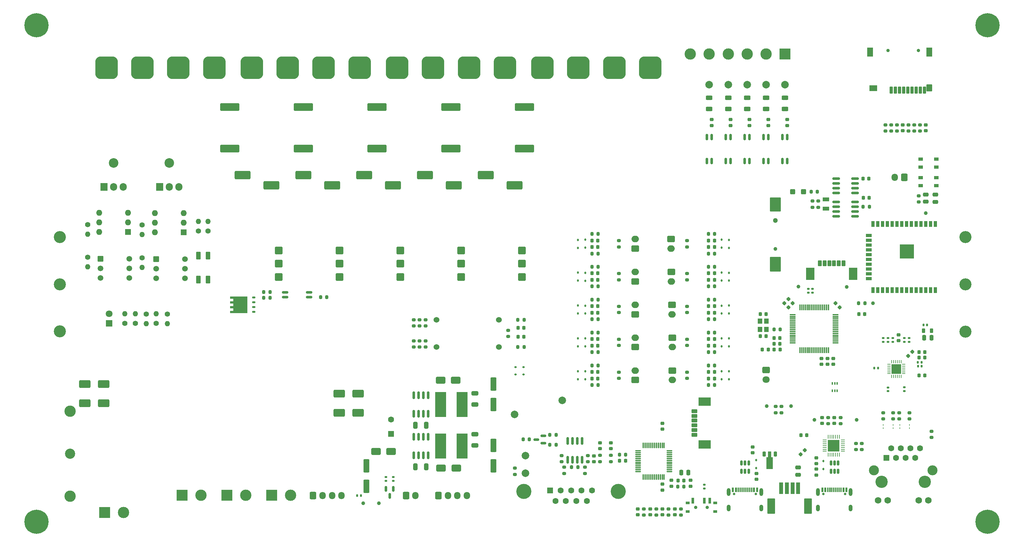
<source format=gbr>
%TF.GenerationSoftware,KiCad,Pcbnew,8.0.0*%
%TF.CreationDate,2024-07-08T15:04:36+07:00*%
%TF.ProjectId,SmartEnergyMag_System,536d6172-7445-46e6-9572-67794d61675f,rev?*%
%TF.SameCoordinates,Original*%
%TF.FileFunction,Soldermask,Top*%
%TF.FilePolarity,Negative*%
%FSLAX46Y46*%
G04 Gerber Fmt 4.6, Leading zero omitted, Abs format (unit mm)*
G04 Created by KiCad (PCBNEW 8.0.0) date 2024-07-08 15:04:36*
%MOMM*%
%LPD*%
G01*
G04 APERTURE LIST*
G04 Aperture macros list*
%AMRoundRect*
0 Rectangle with rounded corners*
0 $1 Rounding radius*
0 $2 $3 $4 $5 $6 $7 $8 $9 X,Y pos of 4 corners*
0 Add a 4 corners polygon primitive as box body*
4,1,4,$2,$3,$4,$5,$6,$7,$8,$9,$2,$3,0*
0 Add four circle primitives for the rounded corners*
1,1,$1+$1,$2,$3*
1,1,$1+$1,$4,$5*
1,1,$1+$1,$6,$7*
1,1,$1+$1,$8,$9*
0 Add four rect primitives between the rounded corners*
20,1,$1+$1,$2,$3,$4,$5,0*
20,1,$1+$1,$4,$5,$6,$7,0*
20,1,$1+$1,$6,$7,$8,$9,0*
20,1,$1+$1,$8,$9,$2,$3,0*%
%AMFreePoly0*
4,1,45,-3.000000,1.500000,-2.988481,1.685539,-2.937641,1.928004,-2.847586,2.158795,-2.720773,2.371615,-2.560660,2.560660,-2.371615,2.720773,-2.158795,2.847586,-1.928004,2.937641,-1.685539,2.988481,-1.500000,3.000000,1.500000,3.000000,1.685539,2.988481,1.928004,2.937641,2.158795,2.847586,2.371615,2.720773,2.560660,2.560660,2.720773,2.371615,2.847586,2.158795,2.937641,1.928004,
2.988481,1.685539,3.000000,1.500000,3.000000,-1.500000,2.988481,-1.685539,2.937641,-1.928004,2.847586,-2.158795,2.720773,-2.371615,2.560660,-2.560660,2.371615,-2.720773,2.158795,-2.847586,1.928004,-2.937641,1.685539,-2.988481,1.500000,-3.000000,-1.500000,-3.000000,-1.685539,-2.988481,-1.928004,-2.937641,-2.158795,-2.847586,-2.371615,-2.720773,-2.560660,-2.560660,-2.720773,-2.371615,
-2.847586,-2.158795,-2.937641,-1.928004,-2.988481,-1.685539,-3.000000,-1.500000,-3.000000,1.500000,-3.000000,1.500000,$1*%
%AMFreePoly1*
4,1,17,2.675000,1.605000,1.875000,1.605000,1.875000,0.935000,2.675000,0.935000,2.675000,0.335000,1.875000,0.335000,1.875000,-0.335000,2.675000,-0.335000,2.675000,-0.935000,1.875000,-0.935000,1.875000,-1.605000,2.675000,-1.605000,2.675000,-2.205000,-1.875000,-2.205000,-1.875000,2.205000,2.675000,2.205000,2.675000,1.605000,2.675000,1.605000,$1*%
%AMFreePoly2*
4,1,9,3.862500,-0.866500,0.737500,-0.866500,0.737500,-0.450000,-0.737500,-0.450000,-0.737500,0.450000,0.737500,0.450000,0.737500,0.866500,3.862500,0.866500,3.862500,-0.866500,3.862500,-0.866500,$1*%
G04 Aperture macros list end*
%ADD10RoundRect,0.200000X-0.275000X0.200000X-0.275000X-0.200000X0.275000X-0.200000X0.275000X0.200000X0*%
%ADD11C,1.000000*%
%ADD12RoundRect,0.250000X0.750000X-0.600000X0.750000X0.600000X-0.750000X0.600000X-0.750000X-0.600000X0*%
%ADD13O,2.000000X1.700000*%
%ADD14R,3.000000X3.000000*%
%ADD15C,3.000000*%
%ADD16RoundRect,0.225000X0.225000X0.250000X-0.225000X0.250000X-0.225000X-0.250000X0.225000X-0.250000X0*%
%ADD17RoundRect,0.135000X0.185000X-0.135000X0.185000X0.135000X-0.185000X0.135000X-0.185000X-0.135000X0*%
%ADD18RoundRect,0.225000X-0.225000X-0.250000X0.225000X-0.250000X0.225000X0.250000X-0.225000X0.250000X0*%
%ADD19R,1.600000X1.600000*%
%ADD20O,1.600000X1.600000*%
%ADD21C,2.000000*%
%ADD22RoundRect,0.218750X0.256250X-0.218750X0.256250X0.218750X-0.256250X0.218750X-0.256250X-0.218750X0*%
%ADD23RoundRect,0.112500X-0.112500X0.187500X-0.112500X-0.187500X0.112500X-0.187500X0.112500X0.187500X0*%
%ADD24C,2.700000*%
%ADD25RoundRect,0.250000X-0.325000X-0.650000X0.325000X-0.650000X0.325000X0.650000X-0.325000X0.650000X0*%
%ADD26RoundRect,0.140000X0.170000X-0.140000X0.170000X0.140000X-0.170000X0.140000X-0.170000X-0.140000X0*%
%ADD27C,1.400000*%
%ADD28O,1.400000X1.400000*%
%ADD29RoundRect,0.200000X0.200000X0.275000X-0.200000X0.275000X-0.200000X-0.275000X0.200000X-0.275000X0*%
%ADD30RoundRect,0.200000X0.275000X-0.200000X0.275000X0.200000X-0.275000X0.200000X-0.275000X-0.200000X0*%
%ADD31RoundRect,0.062500X0.062500X-0.117500X0.062500X0.117500X-0.062500X0.117500X-0.062500X-0.117500X0*%
%ADD32RoundRect,0.250000X-0.400000X-0.450000X0.400000X-0.450000X0.400000X0.450000X-0.400000X0.450000X0*%
%ADD33R,1.800000X1.000000*%
%ADD34RoundRect,0.062500X0.375000X0.062500X-0.375000X0.062500X-0.375000X-0.062500X0.375000X-0.062500X0*%
%ADD35RoundRect,0.062500X0.062500X0.375000X-0.062500X0.375000X-0.062500X-0.375000X0.062500X-0.375000X0*%
%ADD36R,2.500000X2.500000*%
%ADD37RoundRect,0.140000X0.140000X0.170000X-0.140000X0.170000X-0.140000X-0.170000X0.140000X-0.170000X0*%
%ADD38RoundRect,0.076200X-0.400000X-0.650000X0.400000X-0.650000X0.400000X0.650000X-0.400000X0.650000X0*%
%ADD39RoundRect,0.076200X-1.050000X-1.500000X1.050000X-1.500000X1.050000X1.500000X-1.050000X1.500000X0*%
%ADD40RoundRect,0.062500X0.062500X-0.412500X0.062500X0.412500X-0.062500X0.412500X-0.062500X-0.412500X0*%
%ADD41RoundRect,0.062500X0.412500X-0.062500X0.412500X0.062500X-0.412500X0.062500X-0.412500X-0.062500X0*%
%ADD42R,3.100000X3.100000*%
%ADD43RoundRect,0.150000X-0.150000X0.825000X-0.150000X-0.825000X0.150000X-0.825000X0.150000X0.825000X0*%
%ADD44RoundRect,0.112500X-0.187500X-0.112500X0.187500X-0.112500X0.187500X0.112500X-0.187500X0.112500X0*%
%ADD45RoundRect,0.250000X-1.000000X-0.650000X1.000000X-0.650000X1.000000X0.650000X-1.000000X0.650000X0*%
%ADD46RoundRect,0.250000X0.550000X-1.500000X0.550000X1.500000X-0.550000X1.500000X-0.550000X-1.500000X0*%
%ADD47RoundRect,0.200000X-0.200000X-0.275000X0.200000X-0.275000X0.200000X0.275000X-0.200000X0.275000X0*%
%ADD48RoundRect,0.225000X0.250000X-0.225000X0.250000X0.225000X-0.250000X0.225000X-0.250000X-0.225000X0*%
%ADD49RoundRect,0.218750X-0.218750X-0.381250X0.218750X-0.381250X0.218750X0.381250X-0.218750X0.381250X0*%
%ADD50RoundRect,0.250000X-0.725000X0.600000X-0.725000X-0.600000X0.725000X-0.600000X0.725000X0.600000X0*%
%ADD51O,1.950000X1.700000*%
%ADD52RoundRect,0.275000X1.825000X0.825000X-1.825000X0.825000X-1.825000X-0.825000X1.825000X-0.825000X0*%
%ADD53RoundRect,0.250000X0.750000X-0.750000X0.750000X0.750000X-0.750000X0.750000X-0.750000X-0.750000X0*%
%ADD54RoundRect,0.135000X-0.135000X-0.185000X0.135000X-0.185000X0.135000X0.185000X-0.135000X0.185000X0*%
%ADD55RoundRect,0.250000X0.650000X-0.325000X0.650000X0.325000X-0.650000X0.325000X-0.650000X-0.325000X0*%
%ADD56RoundRect,0.250000X0.250000X0.475000X-0.250000X0.475000X-0.250000X-0.475000X0.250000X-0.475000X0*%
%ADD57RoundRect,0.150000X-0.825000X-0.150000X0.825000X-0.150000X0.825000X0.150000X-0.825000X0.150000X0*%
%ADD58RoundRect,0.100000X-0.100000X0.225000X-0.100000X-0.225000X0.100000X-0.225000X0.100000X0.225000X0*%
%ADD59C,0.800000*%
%ADD60C,6.400000*%
%ADD61RoundRect,0.135000X-0.185000X0.135000X-0.185000X-0.135000X0.185000X-0.135000X0.185000X0.135000X0*%
%ADD62RoundRect,0.250000X-0.750000X0.600000X-0.750000X-0.600000X0.750000X-0.600000X0.750000X0.600000X0*%
%ADD63R,1.800000X1.800000*%
%ADD64C,1.800000*%
%ADD65R,2.850000X6.600000*%
%ADD66RoundRect,0.250000X-0.600000X-0.725000X0.600000X-0.725000X0.600000X0.725000X-0.600000X0.725000X0*%
%ADD67O,1.700000X1.950000*%
%ADD68RoundRect,0.250000X-0.625000X0.312500X-0.625000X-0.312500X0.625000X-0.312500X0.625000X0.312500X0*%
%ADD69RoundRect,0.150000X-0.150000X0.662500X-0.150000X-0.662500X0.150000X-0.662500X0.150000X0.662500X0*%
%ADD70RoundRect,0.112500X0.112500X-0.187500X0.112500X0.187500X-0.112500X0.187500X-0.112500X-0.187500X0*%
%ADD71RoundRect,0.250000X1.000000X0.650000X-1.000000X0.650000X-1.000000X-0.650000X1.000000X-0.650000X0*%
%ADD72RoundRect,0.250000X0.475000X-0.250000X0.475000X0.250000X-0.475000X0.250000X-0.475000X-0.250000X0*%
%ADD73C,3.200000*%
%ADD74RoundRect,1.500000X1.500000X1.500000X-1.500000X1.500000X-1.500000X-1.500000X1.500000X-1.500000X0*%
%ADD75FreePoly0,180.000000*%
%ADD76RoundRect,0.150000X0.587500X0.150000X-0.587500X0.150000X-0.587500X-0.150000X0.587500X-0.150000X0*%
%ADD77RoundRect,0.225000X0.017678X-0.335876X0.335876X-0.017678X-0.017678X0.335876X-0.335876X0.017678X0*%
%ADD78RoundRect,0.102000X-0.525000X-0.325000X0.525000X-0.325000X0.525000X0.325000X-0.525000X0.325000X0*%
%ADD79C,0.650000*%
%ADD80R,0.600000X1.240000*%
%ADD81R,0.300000X1.240000*%
%ADD82O,1.000000X2.100000*%
%ADD83O,1.000000X1.800000*%
%ADD84RoundRect,0.102000X-0.654000X-0.654000X0.654000X-0.654000X0.654000X0.654000X-0.654000X0.654000X0*%
%ADD85C,1.512000*%
%ADD86C,2.529000*%
%ADD87R,0.900000X1.500000*%
%ADD88R,1.500000X0.900000*%
%ADD89C,0.600000*%
%ADD90R,3.800000X3.800000*%
%ADD91RoundRect,0.250000X-0.550000X1.500000X-0.550000X-1.500000X0.550000X-1.500000X0.550000X1.500000X0*%
%ADD92RoundRect,0.225000X-0.017678X0.335876X-0.335876X0.017678X0.017678X-0.335876X0.335876X-0.017678X0*%
%ADD93RoundRect,0.218750X-0.256250X0.218750X-0.256250X-0.218750X0.256250X-0.218750X0.256250X0.218750X0*%
%ADD94RoundRect,0.200000X-2.300000X0.800000X-2.300000X-0.800000X2.300000X-0.800000X2.300000X0.800000X0*%
%ADD95RoundRect,0.140000X-0.140000X-0.170000X0.140000X-0.170000X0.140000X0.170000X-0.140000X0.170000X0*%
%ADD96RoundRect,0.250000X-1.250000X0.750000X-1.250000X-0.750000X1.250000X-0.750000X1.250000X0.750000X0*%
%ADD97RoundRect,0.250000X1.250000X-0.750000X1.250000X0.750000X-1.250000X0.750000X-1.250000X-0.750000X0*%
%ADD98RoundRect,0.075000X-0.075000X0.662500X-0.075000X-0.662500X0.075000X-0.662500X0.075000X0.662500X0*%
%ADD99RoundRect,0.075000X-0.662500X0.075000X-0.662500X-0.075000X0.662500X-0.075000X0.662500X0.075000X0*%
%ADD100R,1.905000X2.000000*%
%ADD101O,1.905000X2.000000*%
%ADD102C,0.900000*%
%ADD103RoundRect,0.102000X0.350000X-0.800000X0.350000X0.800000X-0.350000X0.800000X-0.350000X-0.800000X0*%
%ADD104RoundRect,0.102000X0.700000X-0.800000X0.700000X0.800000X-0.700000X0.800000X-0.700000X-0.800000X0*%
%ADD105RoundRect,0.102000X0.700000X-1.100000X0.700000X1.100000X-0.700000X1.100000X-0.700000X-1.100000X0*%
%ADD106RoundRect,0.102000X0.900000X-0.700000X0.900000X0.700000X-0.900000X0.700000X-0.900000X-0.700000X0*%
%ADD107RoundRect,0.225000X0.335876X0.017678X0.017678X0.335876X-0.335876X-0.017678X-0.017678X-0.335876X0*%
%ADD108RoundRect,0.218750X0.218750X0.256250X-0.218750X0.256250X-0.218750X-0.256250X0.218750X-0.256250X0*%
%ADD109RoundRect,0.102000X-0.400000X-1.450000X0.400000X-1.450000X0.400000X1.450000X-0.400000X1.450000X0*%
%ADD110RoundRect,0.102000X-0.900000X-1.900000X0.900000X-1.900000X0.900000X1.900000X-0.900000X1.900000X0*%
%ADD111RoundRect,0.225000X-0.250000X0.225000X-0.250000X-0.225000X0.250000X-0.225000X0.250000X0.225000X0*%
%ADD112RoundRect,0.150000X0.150000X-0.825000X0.150000X0.825000X-0.150000X0.825000X-0.150000X-0.825000X0*%
%ADD113RoundRect,0.150000X-0.150000X0.512500X-0.150000X-0.512500X0.150000X-0.512500X0.150000X0.512500X0*%
%ADD114RoundRect,0.250000X0.600000X0.725000X-0.600000X0.725000X-0.600000X-0.725000X0.600000X-0.725000X0*%
%ADD115C,1.524000*%
%ADD116FreePoly1,180.000000*%
%ADD117RoundRect,0.125000X0.300000X0.125000X-0.300000X0.125000X-0.300000X-0.125000X0.300000X-0.125000X0*%
%ADD118R,1.000000X0.800000*%
%ADD119R,0.700000X1.500000*%
%ADD120RoundRect,0.102000X0.450000X-0.900000X0.450000X0.900000X-0.450000X0.900000X-0.450000X-0.900000X0*%
%ADD121RoundRect,0.075000X-0.700000X-0.075000X0.700000X-0.075000X0.700000X0.075000X-0.700000X0.075000X0*%
%ADD122RoundRect,0.075000X-0.075000X-0.700000X0.075000X-0.700000X0.075000X0.700000X-0.075000X0.700000X0*%
%ADD123RoundRect,0.076200X0.650000X-0.400000X0.650000X0.400000X-0.650000X0.400000X-0.650000X-0.400000X0*%
%ADD124RoundRect,0.076200X1.500000X-1.050000X1.500000X1.050000X-1.500000X1.050000X-1.500000X-1.050000X0*%
%ADD125C,3.250000*%
%ADD126RoundRect,0.102000X0.699000X0.699000X-0.699000X0.699000X-0.699000X-0.699000X0.699000X-0.699000X0*%
%ADD127C,1.602000*%
%ADD128C,1.734000*%
%ADD129C,2.649000*%
%ADD130RoundRect,0.150000X-0.150000X0.587500X-0.150000X-0.587500X0.150000X-0.587500X0.150000X0.587500X0*%
%ADD131RoundRect,0.250000X-0.250000X-0.475000X0.250000X-0.475000X0.250000X0.475000X-0.250000X0.475000X0*%
%ADD132C,4.000000*%
%ADD133C,1.600000*%
%ADD134R,1.200000X1.400000*%
%ADD135RoundRect,0.112500X0.187500X0.112500X-0.187500X0.112500X-0.187500X-0.112500X0.187500X-0.112500X0*%
%ADD136RoundRect,0.225000X-0.225000X0.425000X-0.225000X-0.425000X0.225000X-0.425000X0.225000X0.425000X0*%
%ADD137FreePoly2,270.000000*%
%ADD138RoundRect,0.135000X0.135000X0.185000X-0.135000X0.185000X-0.135000X-0.185000X0.135000X-0.185000X0*%
%ADD139RoundRect,0.218750X-0.218750X-0.256250X0.218750X-0.256250X0.218750X0.256250X-0.218750X0.256250X0*%
%ADD140RoundRect,0.150000X0.662500X0.150000X-0.662500X0.150000X-0.662500X-0.150000X0.662500X-0.150000X0*%
%ADD141C,1.300000*%
%ADD142RoundRect,0.102000X1.300000X-1.830000X1.300000X1.830000X-1.300000X1.830000X-1.300000X-1.830000X0*%
%ADD143RoundRect,0.102000X-1.300000X1.770000X-1.300000X-1.770000X1.300000X-1.770000X1.300000X1.770000X0*%
G04 APERTURE END LIST*
D10*
%TO.C,R59*%
X174980000Y-87051250D03*
X174980000Y-88701250D03*
%TD*%
%TO.C,R20*%
X251849572Y-123935000D03*
X251849572Y-125585000D03*
%TD*%
D11*
%TO.C,TP6*%
X214050000Y-122150000D03*
%TD*%
D12*
%TO.C,J26*%
X179265000Y-80420000D03*
D13*
X179265000Y-77920000D03*
%TD*%
D14*
%TO.C,J33*%
X59430000Y-145810000D03*
D15*
X64430000Y-145810000D03*
%TD*%
D16*
%TO.C,C60*%
X224675000Y-129900000D03*
X223125000Y-129900000D03*
%TD*%
D10*
%TO.C,R133*%
X188120000Y-149410000D03*
X188120000Y-151060000D03*
%TD*%
D11*
%TO.C,TP1*%
X242220000Y-94900000D03*
%TD*%
D17*
%TO.C,R92*%
X115270000Y-141996243D03*
X115270000Y-140976245D03*
%TD*%
D18*
%TO.C,C57*%
X239625000Y-66985000D03*
X241175000Y-66985000D03*
%TD*%
D19*
%TO.C,U7*%
X59824375Y-76110000D03*
D20*
X59824375Y-73570000D03*
X59824375Y-71030001D03*
X52204375Y-71030000D03*
X52204375Y-73570000D03*
X52204375Y-76110000D03*
%TD*%
D11*
%TO.C,TP17*%
X107350000Y-147900000D03*
%TD*%
D21*
%TO.C,TP19*%
X150290000Y-139940000D03*
%TD*%
D22*
%TO.C,D36*%
X204519358Y-47800806D03*
X204519358Y-46225804D03*
%TD*%
D12*
%TO.C,J22*%
X179265000Y-115245000D03*
D13*
X179265000Y-112745000D03*
%TD*%
D23*
%TO.C,D17*%
X166060000Y-112967500D03*
X166060000Y-115067500D03*
%TD*%
D24*
%TO.C,F2*%
X29760000Y-134760000D03*
D15*
X29760000Y-146010000D03*
X29760000Y-123509999D03*
%TD*%
D10*
%TO.C,R89*%
X227760000Y-67830000D03*
X227760000Y-69480000D03*
%TD*%
D25*
%TO.C,C65*%
X121084999Y-138232109D03*
X124035001Y-138232109D03*
%TD*%
D26*
%TO.C,C12*%
X246197478Y-118182531D03*
X246197478Y-117222531D03*
%TD*%
D27*
%TO.C,R31*%
X48824376Y-82855001D03*
D28*
X48824376Y-85395001D03*
%TD*%
D29*
%TO.C,R120*%
X151285000Y-131020000D03*
X149635000Y-131020000D03*
%TD*%
D30*
%TO.C,R53*%
X193007500Y-97407500D03*
X193007500Y-95757500D03*
%TD*%
D31*
%TO.C,D3*%
X251840000Y-127160000D03*
X251840000Y-128000000D03*
%TD*%
D10*
%TO.C,R29*%
X216450000Y-122275000D03*
X216450000Y-123925000D03*
%TD*%
D18*
%TO.C,C26*%
X175160000Y-136615000D03*
X176710000Y-136615000D03*
%TD*%
D32*
%TO.C,D38*%
X220922500Y-65345000D03*
X223822500Y-65345000D03*
%TD*%
D33*
%TO.C,Y3*%
X229770000Y-69864999D03*
X229770000Y-67365001D03*
%TD*%
D34*
%TO.C,U2*%
X250304978Y-113577509D03*
X250304977Y-113077509D03*
X250304978Y-112577509D03*
X250304978Y-112077509D03*
X250304977Y-111577509D03*
X250304978Y-111077509D03*
D35*
X249617478Y-110390009D03*
X249117478Y-110390010D03*
X248617478Y-110390009D03*
X248117478Y-110390009D03*
X247617478Y-110390010D03*
X247117478Y-110390009D03*
D34*
X246429978Y-111077509D03*
X246429979Y-111577509D03*
X246429978Y-112077509D03*
X246429978Y-112577509D03*
X246429979Y-113077509D03*
X246429978Y-113577509D03*
D35*
X247117478Y-114265009D03*
X247617478Y-114265008D03*
X248117478Y-114265009D03*
X248617478Y-114265009D03*
X249117478Y-114265008D03*
X249617478Y-114265009D03*
D36*
X248367478Y-112327509D03*
%TD*%
D37*
%TO.C,C11*%
X256530000Y-100675000D03*
X255570000Y-100675000D03*
%TD*%
D38*
%TO.C,J27*%
X228150000Y-84350000D03*
X229400000Y-84350000D03*
X230650000Y-84350000D03*
X231900000Y-84350000D03*
X233150000Y-84350000D03*
X234400000Y-84350000D03*
D39*
X225600000Y-87100000D03*
X236950000Y-87100000D03*
%TD*%
D30*
%TO.C,R52*%
X193007500Y-88701250D03*
X193007500Y-87051250D03*
%TD*%
D10*
%TO.C,R78*%
X174980000Y-78345000D03*
X174980000Y-79995000D03*
%TD*%
D40*
%TO.C,U28*%
X230325000Y-135025000D03*
X230825000Y-135025000D03*
X231325000Y-135025000D03*
X231825000Y-135025001D03*
X232325000Y-135025000D03*
X232825000Y-135025000D03*
X233325000Y-135025000D03*
D41*
X234200000Y-134150000D03*
X234200000Y-133650000D03*
X234200000Y-133150000D03*
X234200001Y-132650000D03*
X234200000Y-132150000D03*
X234200000Y-131650000D03*
X234200000Y-131150000D03*
D40*
X233325000Y-130275000D03*
X232825000Y-130275000D03*
X232325000Y-130275000D03*
X231825000Y-130274999D03*
X231325000Y-130275000D03*
X230825000Y-130275000D03*
X230325000Y-130275000D03*
D41*
X229450000Y-131150000D03*
X229450000Y-131650000D03*
X229450000Y-132150000D03*
X229449999Y-132650000D03*
X229450000Y-133150000D03*
X229450000Y-133650000D03*
X229450000Y-134150000D03*
D42*
X231825000Y-132650000D03*
%TD*%
D29*
%TO.C,R119*%
X82675000Y-91950000D03*
X81025000Y-91950000D03*
%TD*%
D43*
%TO.C,U13*%
X165205000Y-131425000D03*
X163935000Y-131425000D03*
X162665000Y-131425000D03*
X161395000Y-131425000D03*
X161395000Y-136375000D03*
X162665000Y-136375000D03*
X163935000Y-136375000D03*
X165205000Y-136375000D03*
%TD*%
D29*
%TO.C,R91*%
X227495000Y-65345000D03*
X225845000Y-65345000D03*
%TD*%
D44*
%TO.C,D11*%
X147642500Y-111825000D03*
X149742500Y-111825000D03*
%TD*%
D45*
%TO.C,D40*%
X127922499Y-138592109D03*
X131922501Y-138592109D03*
%TD*%
D16*
%TO.C,C32*%
X200250000Y-97430611D03*
X198700000Y-97430611D03*
%TD*%
D46*
%TO.C,C69*%
X141815519Y-121728879D03*
X141815519Y-116328879D03*
%TD*%
D47*
%TO.C,R69*%
X198650000Y-116597500D03*
X200300000Y-116597500D03*
%TD*%
D27*
%TO.C,R23*%
X66289999Y-75805002D03*
D28*
X66289999Y-73265002D03*
%TD*%
D30*
%TO.C,R137*%
X233634999Y-126865000D03*
X233634999Y-125215000D03*
%TD*%
D48*
%TO.C,C54*%
X227225000Y-137450000D03*
X227225000Y-135900000D03*
%TD*%
D49*
%TO.C,FB1*%
X255557500Y-102170000D03*
X257682500Y-102170000D03*
%TD*%
D50*
%TO.C,J14*%
X213910001Y-112629998D03*
D51*
X213910001Y-115129998D03*
%TD*%
D52*
%TO.C,K1*%
X75420000Y-60950000D03*
X83020000Y-63650000D03*
D53*
X84970000Y-87950000D03*
X84969999Y-80950000D03*
X84970000Y-84450000D03*
%TD*%
D47*
%TO.C,R63*%
X198650000Y-90439437D03*
X200300000Y-90439437D03*
%TD*%
D27*
%TO.C,R33*%
X55524375Y-97765000D03*
D28*
X55524375Y-100305000D03*
%TD*%
D30*
%TO.C,R121*%
X169940000Y-136890000D03*
X169940000Y-135240000D03*
%TD*%
D29*
%TO.C,R50*%
X176760000Y-135035000D03*
X175110000Y-135035000D03*
%TD*%
D54*
%TO.C,R94*%
X105710001Y-145910000D03*
X106729999Y-145910000D03*
%TD*%
D17*
%TO.C,R9*%
X244914478Y-105124999D03*
X244914478Y-104105001D03*
%TD*%
D55*
%TO.C,C64*%
X136840000Y-132557110D03*
X136840000Y-129607108D03*
%TD*%
D56*
%TO.C,C25*%
X193349999Y-139765000D03*
X191450001Y-139765000D03*
%TD*%
D30*
%TO.C,R55*%
X193007500Y-114820000D03*
X193007500Y-113170000D03*
%TD*%
D12*
%TO.C,J25*%
X179265000Y-89126250D03*
D13*
X179265000Y-86626250D03*
%TD*%
D57*
%TO.C,U21*%
X232475000Y-61880000D03*
X232475000Y-63150000D03*
X232475000Y-64420000D03*
X232475000Y-65690000D03*
X237425000Y-65690000D03*
X237425000Y-64420000D03*
X237425000Y-63150000D03*
X237425000Y-61880000D03*
%TD*%
D10*
%TO.C,R132*%
X184860000Y-149410000D03*
X184860000Y-151060000D03*
%TD*%
D58*
%TO.C,Q1*%
X232750000Y-116175000D03*
X232100000Y-116175001D03*
X231450000Y-116175000D03*
X231450000Y-118075000D03*
X232100000Y-118074999D03*
X232750000Y-118075000D03*
%TD*%
D10*
%TO.C,R58*%
X174980000Y-95757500D03*
X174980000Y-97407500D03*
%TD*%
D16*
%TO.C,C36*%
X200250000Y-114862500D03*
X198700000Y-114862500D03*
%TD*%
D23*
%TO.C,D32*%
X229050000Y-136775000D03*
X229050000Y-138875000D03*
%TD*%
D16*
%TO.C,C34*%
X200250000Y-106147096D03*
X198700000Y-106147096D03*
%TD*%
D47*
%TO.C,R61*%
X198650000Y-81772500D03*
X200300000Y-81772500D03*
%TD*%
D10*
%TO.C,R56*%
X174980000Y-113170000D03*
X174980000Y-114820000D03*
%TD*%
D59*
%TO.C,H2*%
X18480000Y-21210000D03*
X19182944Y-19512944D03*
X19182944Y-22907056D03*
X20880000Y-18810000D03*
D60*
X20880000Y-21210000D03*
D59*
X20880000Y-23610000D03*
X22577056Y-19512944D03*
X22577056Y-22907056D03*
X23280000Y-21210000D03*
%TD*%
D61*
%TO.C,R139*%
X226175000Y-91090001D03*
X226175000Y-92109999D03*
%TD*%
D62*
%TO.C,J18*%
X189134999Y-112745000D03*
D13*
X189134999Y-115245000D03*
%TD*%
D29*
%TO.C,R79*%
X169475000Y-81772500D03*
X167825000Y-81772500D03*
%TD*%
D47*
%TO.C,R67*%
X198650000Y-107882096D03*
X200300000Y-107882096D03*
%TD*%
D23*
%TO.C,D18*%
X166060000Y-104261250D03*
X166060000Y-106361250D03*
%TD*%
D63*
%TO.C,D9*%
X40124375Y-100260000D03*
D64*
X40124375Y-97720000D03*
%TD*%
D55*
%TO.C,C70*%
X136840000Y-121737110D03*
X136840000Y-118787108D03*
%TD*%
D65*
%TO.C,L2*%
X127815000Y-121755782D03*
X133465000Y-121755782D03*
%TD*%
D66*
%TO.C,J20*%
X127240000Y-145917500D03*
D67*
X129740000Y-145917500D03*
X132240000Y-145917500D03*
X134740000Y-145917500D03*
%TD*%
D30*
%TO.C,R128*%
X166040000Y-140015000D03*
X166040000Y-138365000D03*
%TD*%
D68*
%TO.C,R88*%
X198889358Y-40500805D03*
X198889358Y-43425805D03*
%TD*%
D18*
%TO.C,C50*%
X167875000Y-86988813D03*
X169425000Y-86988813D03*
%TD*%
D23*
%TO.C,D21*%
X204090000Y-78142500D03*
X204090000Y-80242500D03*
%TD*%
D47*
%TO.C,R64*%
X198650000Y-93960611D03*
X200300000Y-93960611D03*
%TD*%
D30*
%TO.C,R25*%
X239225000Y-133700000D03*
X239225000Y-132050000D03*
%TD*%
D47*
%TO.C,R62*%
X198650000Y-85263501D03*
X200300000Y-85263501D03*
%TD*%
D29*
%TO.C,R76*%
X169475000Y-90439437D03*
X167825000Y-90439437D03*
%TD*%
%TO.C,R73*%
X169475000Y-102677096D03*
X167825000Y-102677096D03*
%TD*%
D10*
%TO.C,R123*%
X159815000Y-135295000D03*
X159815000Y-136945000D03*
%TD*%
D65*
%TO.C,L4*%
X127815000Y-132740000D03*
X133465000Y-132740000D03*
%TD*%
D16*
%TO.C,C58*%
X241135000Y-61895000D03*
X239585000Y-61895000D03*
%TD*%
D69*
%TO.C,U19*%
X199519358Y-50885805D03*
X198249358Y-50885805D03*
X198249358Y-57260805D03*
X199519358Y-57260805D03*
%TD*%
D47*
%TO.C,R60*%
X198650000Y-76567500D03*
X200300000Y-76567500D03*
%TD*%
D27*
%TO.C,R35*%
X44224375Y-100205000D03*
D28*
X44224375Y-97665000D03*
%TD*%
D70*
%TO.C,D13*%
X202130000Y-88903750D03*
X202130000Y-86803750D03*
%TD*%
D71*
%TO.C,D39*%
X114707501Y-134182109D03*
X110707499Y-134182109D03*
%TD*%
D10*
%TO.C,R17*%
X247559058Y-123935000D03*
X247559058Y-125585000D03*
%TD*%
D30*
%TO.C,R131*%
X147480000Y-140265000D03*
X147480000Y-138615000D03*
%TD*%
D72*
%TO.C,C1*%
X256190000Y-67999998D03*
X256190000Y-66100000D03*
%TD*%
D66*
%TO.C,J15*%
X94070000Y-145917500D03*
D67*
X96570000Y-145917500D03*
X99070000Y-145917500D03*
X101570000Y-145917500D03*
%TD*%
D16*
%TO.C,C14*%
X255900000Y-109325000D03*
X254350000Y-109325000D03*
%TD*%
D21*
%TO.C,TP14*%
X203889358Y-37000000D03*
%TD*%
D30*
%TO.C,R3*%
X251575000Y-49275000D03*
X251575000Y-47625000D03*
%TD*%
D73*
%TO.C,DRA1*%
X266695000Y-102415000D03*
X266695000Y-89915000D03*
X266695000Y-77415000D03*
%TD*%
D47*
%TO.C,R19*%
X156695000Y-129760000D03*
X158345000Y-129760000D03*
%TD*%
D62*
%TO.C,J17*%
X189120000Y-104038750D03*
D13*
X189120000Y-106538750D03*
%TD*%
D74*
%TO.C,J6*%
X183260001Y-32535000D03*
D75*
X173760002Y-32535000D03*
X164260001Y-32535000D03*
X154760001Y-32535000D03*
%TD*%
D76*
%TO.C,Q17*%
X154980000Y-131990000D03*
X154980000Y-130090000D03*
X153104999Y-131040000D03*
%TD*%
D18*
%TO.C,C15*%
X254375000Y-114075000D03*
X255925000Y-114075000D03*
%TD*%
D12*
%TO.C,J24*%
X179265000Y-97832500D03*
D13*
X179265000Y-95332500D03*
%TD*%
D22*
%TO.C,LED2*%
X183230000Y-150982501D03*
X183230000Y-149407499D03*
%TD*%
%TO.C,D7*%
X172830000Y-133475001D03*
X172830000Y-131899999D03*
%TD*%
D77*
%TO.C,C53*%
X223041992Y-134918008D03*
X224138008Y-133821992D03*
%TD*%
D68*
%TO.C,R84*%
X218889359Y-40500805D03*
X218889359Y-43425805D03*
%TD*%
D10*
%TO.C,R46*%
X145670000Y-102090000D03*
X145670000Y-103740000D03*
%TD*%
D48*
%TO.C,C7*%
X168330000Y-136895000D03*
X168330000Y-135345000D03*
%TD*%
D16*
%TO.C,C28*%
X200250000Y-80037500D03*
X198700000Y-80037500D03*
%TD*%
D78*
%TO.C,SW2*%
X254800000Y-56685000D03*
X258950000Y-56685000D03*
X254800000Y-58835000D03*
X258950000Y-58835000D03*
%TD*%
D62*
%TO.C,J16*%
X189060000Y-95332500D03*
D13*
X189060000Y-97832500D03*
%TD*%
D22*
%TO.C,D55*%
X228700000Y-126787501D03*
X228700000Y-125212499D03*
%TD*%
D79*
%TO.C,J3*%
X229090000Y-145475000D03*
X234870000Y-145475000D03*
D80*
X228780000Y-144355000D03*
X229580000Y-144355000D03*
D81*
X230730000Y-144355000D03*
X231730000Y-144355000D03*
X232230000Y-144355000D03*
X233230000Y-144355000D03*
D80*
X234380000Y-144355000D03*
X235180000Y-144355000D03*
X235180000Y-144355000D03*
X234380000Y-144355000D03*
D81*
X233730000Y-144355000D03*
X232730000Y-144355000D03*
X231230000Y-144355000D03*
X230230000Y-144355000D03*
D80*
X229580000Y-144355000D03*
X228780000Y-144355000D03*
D82*
X227660000Y-144955000D03*
D83*
X227660000Y-149155000D03*
D82*
X236300000Y-144955000D03*
D83*
X236300000Y-149155000D03*
%TD*%
D30*
%TO.C,R4*%
X253100000Y-49275000D03*
X253100000Y-47625000D03*
%TD*%
D52*
%TO.C,K5*%
X123690000Y-60950000D03*
X131290000Y-63650000D03*
D53*
X133240000Y-87950000D03*
X133239999Y-80950000D03*
X133240000Y-84450000D03*
%TD*%
D84*
%TO.C,U8*%
X37815500Y-83125001D03*
D85*
X37815500Y-85665001D03*
X37815500Y-88205001D03*
X45435500Y-88205001D03*
X45435500Y-85665001D03*
X45435500Y-83125001D03*
%TD*%
D21*
%TO.C,TP9*%
X160025001Y-120650000D03*
%TD*%
D86*
%TO.C,HS2*%
X56024375Y-57715001D03*
%TD*%
D52*
%TO.C,K4*%
X107600000Y-60950000D03*
X115200000Y-63650000D03*
D53*
X117150000Y-87950000D03*
X117149999Y-80950000D03*
X117150000Y-84450000D03*
%TD*%
D19*
%TO.C,U9*%
X45090000Y-76010000D03*
D20*
X45090000Y-73470000D03*
X45090000Y-70930001D03*
X37470000Y-70930000D03*
X37470000Y-73470000D03*
X37470000Y-76010000D03*
%TD*%
D16*
%TO.C,C33*%
X200250000Y-104412096D03*
X198700000Y-104412096D03*
%TD*%
D21*
%TO.C,TP18*%
X150290000Y-135290000D03*
%TD*%
D87*
%TO.C,U1*%
X258730000Y-73915000D03*
X257460000Y-73915000D03*
X256190000Y-73915000D03*
X254920000Y-73915000D03*
X253650000Y-73915000D03*
X252380000Y-73915000D03*
X251110000Y-73915000D03*
X249840000Y-73915000D03*
X248570000Y-73915000D03*
X247300000Y-73915000D03*
X246030000Y-73915000D03*
X244760000Y-73915000D03*
X243490000Y-73915000D03*
X242220000Y-73915000D03*
D88*
X241125000Y-76950000D03*
X241125000Y-78220000D03*
X241125001Y-79490000D03*
X241125000Y-80760000D03*
X241125000Y-82030000D03*
X241125000Y-83300000D03*
X241125000Y-84570000D03*
X241125001Y-85840000D03*
X241125000Y-87110000D03*
X241125000Y-88380000D03*
D87*
X242220000Y-91415000D03*
X243490000Y-91415000D03*
X244760000Y-91415000D03*
X246030000Y-91415000D03*
X247300000Y-91415000D03*
X248570000Y-91415000D03*
X249840000Y-91415000D03*
X251110000Y-91415000D03*
X252380000Y-91415000D03*
X253650000Y-91415000D03*
X254920000Y-91415000D03*
X256190000Y-91415000D03*
X257460000Y-91415000D03*
X258730000Y-91415000D03*
D89*
X251865000Y-79765000D03*
X250465000Y-79765000D03*
X252565000Y-80465000D03*
X251165000Y-80465000D03*
X249765000Y-80465000D03*
X251865000Y-81165000D03*
D90*
X251165000Y-81165000D03*
D89*
X250465000Y-81165000D03*
X252565000Y-81865000D03*
X251165000Y-81865000D03*
X249765000Y-81865000D03*
X251865000Y-82565000D03*
X250465000Y-82565000D03*
%TD*%
D91*
%TO.C,C59*%
X141815519Y-132573049D03*
X141815519Y-137973049D03*
%TD*%
D30*
%TO.C,R43*%
X122240000Y-106510000D03*
X122240000Y-104860000D03*
%TD*%
D70*
%TO.C,D14*%
X204090000Y-97610000D03*
X204090000Y-95510000D03*
%TD*%
D92*
%TO.C,C61*%
X252648008Y-107801992D03*
X251551992Y-108898008D03*
%TD*%
D74*
%TO.C,J2*%
X67914999Y-32535000D03*
D75*
X58415000Y-32535000D03*
X48914999Y-32535000D03*
X39414999Y-32535000D03*
%TD*%
D10*
%TO.C,R134*%
X191380000Y-149410000D03*
X191380000Y-151060000D03*
%TD*%
D16*
%TO.C,C13*%
X255925000Y-107825000D03*
X254375000Y-107825000D03*
%TD*%
D29*
%TO.C,R126*%
X164125000Y-138375000D03*
X162475000Y-138375000D03*
%TD*%
D16*
%TO.C,C29*%
X200250000Y-86988813D03*
X198700000Y-86988813D03*
%TD*%
D93*
%TO.C,FB2*%
X211350000Y-140012499D03*
X211350000Y-141587501D03*
%TD*%
D21*
%TO.C,TP12*%
X213889358Y-37000000D03*
%TD*%
D29*
%TO.C,R96*%
X97715000Y-93340000D03*
X96065000Y-93340000D03*
%TD*%
D10*
%TO.C,R28*%
X217950000Y-122275000D03*
X217950000Y-123925000D03*
%TD*%
D11*
%TO.C,TP16*%
X111480000Y-147900000D03*
%TD*%
D10*
%TO.C,R45*%
X123830000Y-104860000D03*
X123830000Y-106510000D03*
%TD*%
D30*
%TO.C,R2*%
X248525000Y-49275000D03*
X248525000Y-47625000D03*
%TD*%
D18*
%TO.C,C39*%
X167875000Y-106147096D03*
X169425000Y-106147096D03*
%TD*%
D94*
%TO.C,J8*%
X150000000Y-42939086D03*
X150000000Y-53939086D03*
%TD*%
D45*
%TO.C,D42*%
X127792499Y-115332109D03*
X131792501Y-115332109D03*
%TD*%
D29*
%TO.C,R70*%
X169475000Y-116597500D03*
X167825000Y-116597500D03*
%TD*%
D69*
%TO.C,U18*%
X204519358Y-50885805D03*
X203249358Y-50885805D03*
X203249358Y-57260805D03*
X204519358Y-57260805D03*
%TD*%
D23*
%TO.C,D6*%
X211330000Y-136502500D03*
X211330000Y-138602500D03*
%TD*%
D95*
%TO.C,C6*%
X254100000Y-111570000D03*
X255060000Y-111570000D03*
%TD*%
D59*
%TO.C,H4*%
X18480000Y-152860000D03*
X19182944Y-151162944D03*
X19182944Y-154557056D03*
X20880000Y-150460000D03*
D60*
X20880000Y-152860000D03*
D59*
X20880000Y-155260000D03*
X22577056Y-151162944D03*
X22577056Y-154557056D03*
X23280000Y-152860000D03*
%TD*%
D22*
%TO.C,D35*%
X209519358Y-47800806D03*
X209519358Y-46225804D03*
%TD*%
D96*
%TO.C,PS1*%
X33651500Y-116336000D03*
X38651500Y-116336000D03*
D97*
X33651500Y-121416000D03*
X38651500Y-121416000D03*
X101008500Y-123944000D03*
X106008500Y-123944000D03*
X101008500Y-118864000D03*
X106008500Y-118864000D03*
%TD*%
D30*
%TO.C,R6*%
X254625000Y-49275000D03*
X254625000Y-47625000D03*
%TD*%
D22*
%TO.C,D56*%
X231989998Y-126787501D03*
X231989998Y-125212499D03*
%TD*%
D98*
%TO.C,U10*%
X186949999Y-132622500D03*
X186449999Y-132622500D03*
X185949999Y-132622500D03*
X185449998Y-132622500D03*
X184949999Y-132622500D03*
X184449999Y-132622500D03*
X183949999Y-132622500D03*
X183449999Y-132622500D03*
X182950000Y-132622500D03*
X182449999Y-132622500D03*
X181949999Y-132622500D03*
X181449999Y-132622500D03*
D99*
X180037499Y-134035000D03*
X180037499Y-134535000D03*
X180037499Y-135035000D03*
X180037499Y-135535001D03*
X180037499Y-136035000D03*
X180037499Y-136535000D03*
X180037499Y-137035000D03*
X180037499Y-137535000D03*
X180037499Y-138034999D03*
X180037499Y-138535000D03*
X180037499Y-139035000D03*
X180037499Y-139535000D03*
D98*
X181449999Y-140947500D03*
X181949999Y-140947500D03*
X182449999Y-140947500D03*
X182950000Y-140947500D03*
X183449999Y-140947500D03*
X183949999Y-140947500D03*
X184449999Y-140947500D03*
X184949999Y-140947500D03*
X185449998Y-140947500D03*
X185949999Y-140947500D03*
X186449999Y-140947500D03*
X186949999Y-140947500D03*
D99*
X188362499Y-139535000D03*
X188362499Y-139035000D03*
X188362499Y-138535000D03*
X188362499Y-138034999D03*
X188362499Y-137535000D03*
X188362499Y-137035000D03*
X188362499Y-136535000D03*
X188362499Y-136035000D03*
X188362499Y-135535001D03*
X188362499Y-135035000D03*
X188362499Y-134535000D03*
X188362499Y-134035000D03*
%TD*%
D21*
%TO.C,TP15*%
X198889358Y-37000000D03*
%TD*%
D31*
%TO.C,D1*%
X249270000Y-127160000D03*
X249270000Y-128000000D03*
%TD*%
D57*
%TO.C,U22*%
X232495000Y-68050000D03*
X232495000Y-69320000D03*
X232495000Y-70590000D03*
X232495000Y-71860000D03*
X237445000Y-71860000D03*
X237445000Y-70590000D03*
X237445000Y-69320000D03*
X237445000Y-68050000D03*
%TD*%
D70*
%TO.C,D29*%
X164110000Y-88903750D03*
X164110000Y-86803750D03*
%TD*%
D94*
%TO.C,J30*%
X111000000Y-42939086D03*
X111000000Y-53939086D03*
%TD*%
D70*
%TO.C,D26*%
X164110000Y-115022500D03*
X164110000Y-112922500D03*
%TD*%
D68*
%TO.C,R86*%
X208889358Y-40500805D03*
X208889358Y-43425805D03*
%TD*%
D91*
%TO.C,C62*%
X108182290Y-137985338D03*
X108182290Y-143385338D03*
%TD*%
D61*
%TO.C,R8*%
X247452878Y-104105001D03*
X247452878Y-105124999D03*
%TD*%
D16*
%TO.C,C20*%
X149825000Y-101415000D03*
X148275000Y-101415000D03*
%TD*%
D30*
%TO.C,R130*%
X160530000Y-140025000D03*
X160530000Y-138375000D03*
%TD*%
%TO.C,R54*%
X193007500Y-106113750D03*
X193007500Y-104463750D03*
%TD*%
D14*
%TO.C,J21*%
X38950000Y-150400000D03*
D15*
X43950000Y-150400000D03*
%TD*%
D74*
%TO.C,J11*%
X106363333Y-32535000D03*
D75*
X96863334Y-32535000D03*
X87363333Y-32535000D03*
X77863333Y-32535000D03*
%TD*%
D18*
%TO.C,C40*%
X167875000Y-104412096D03*
X169425000Y-104412096D03*
%TD*%
D100*
%TO.C,Q2*%
X53484375Y-64100000D03*
D101*
X56024375Y-64100000D03*
X58564374Y-64100000D03*
%TD*%
D47*
%TO.C,R97*%
X156705000Y-132440000D03*
X158355000Y-132440000D03*
%TD*%
D102*
%TO.C,P1*%
X254205000Y-27929999D03*
X246205000Y-27929999D03*
D103*
X247005000Y-38429999D03*
X248105000Y-38430000D03*
X249205000Y-38429999D03*
X250305000Y-38430000D03*
X251405000Y-38429999D03*
X252505000Y-38430000D03*
X253605000Y-38429999D03*
X254705000Y-38429999D03*
X255805000Y-38429999D03*
D104*
X257105001Y-37829999D03*
D105*
X257105000Y-28329999D03*
X241405000Y-28329999D03*
D106*
X242305000Y-37929999D03*
%TD*%
D47*
%TO.C,R47*%
X148225000Y-106515000D03*
X149875000Y-106515000D03*
%TD*%
D107*
%TO.C,C44*%
X233427967Y-95983047D03*
X232331951Y-94887031D03*
%TD*%
D108*
%TO.C,FB3*%
X217612501Y-107175000D03*
X216037499Y-107175000D03*
%TD*%
D15*
%TO.C,J1*%
X193889358Y-28903305D03*
X198889358Y-28903305D03*
X203889359Y-28903305D03*
X208889359Y-28903305D03*
X213889359Y-28903305D03*
D14*
X218889359Y-28903305D03*
%TD*%
D10*
%TO.C,R18*%
X244885384Y-123935000D03*
X244885384Y-125585000D03*
%TD*%
D84*
%TO.C,U3*%
X52549875Y-83225001D03*
D85*
X52549875Y-85765001D03*
X52549875Y-88305001D03*
X60169875Y-88305001D03*
X60169875Y-85765001D03*
X60169875Y-83225001D03*
%TD*%
D109*
%TO.C,J28*%
X217910000Y-143960000D03*
X219410000Y-143960000D03*
X220910000Y-143960000D03*
X222410000Y-143960000D03*
D110*
X215310000Y-148660000D03*
X225010000Y-148660000D03*
%TD*%
D29*
%TO.C,R80*%
X169475000Y-76567500D03*
X167825000Y-76567500D03*
%TD*%
D111*
%TO.C,C16*%
X230150000Y-109525000D03*
X230150000Y-111075000D03*
%TD*%
D23*
%TO.C,D19*%
X166060000Y-95555000D03*
X166060000Y-97655000D03*
%TD*%
D78*
%TO.C,SW1*%
X254800000Y-61603020D03*
X258950000Y-61603020D03*
X254800000Y-63753020D03*
X258950000Y-63753020D03*
%TD*%
D14*
%TO.C,J35*%
X83100000Y-145810000D03*
D15*
X88100000Y-145810000D03*
%TD*%
D59*
%TO.C,H1*%
X270130000Y-21210000D03*
X270832944Y-19512944D03*
X270832944Y-22907056D03*
X272530000Y-18810000D03*
D60*
X272530000Y-21210000D03*
D59*
X272530000Y-23610000D03*
X274227056Y-19512944D03*
X274227056Y-22907056D03*
X274930000Y-21210000D03*
%TD*%
D12*
%TO.C,J23*%
X179265000Y-106538750D03*
D13*
X179265000Y-104038750D03*
%TD*%
D23*
%TO.C,D20*%
X166060000Y-86848750D03*
X166060000Y-88948750D03*
%TD*%
D29*
%TO.C,R75*%
X169475000Y-93960611D03*
X167825000Y-93960611D03*
%TD*%
D23*
%TO.C,D23*%
X202130000Y-95555000D03*
X202130000Y-97655000D03*
%TD*%
D94*
%TO.C,J9*%
X72000000Y-42939086D03*
X72000000Y-53939086D03*
%TD*%
D62*
%TO.C,J10*%
X188815000Y-77920000D03*
D13*
X188815000Y-80420000D03*
%TD*%
D112*
%TO.C,U20*%
X120720000Y-135215000D03*
X121990000Y-135215000D03*
X123260000Y-135215000D03*
X124530000Y-135215000D03*
X124530000Y-130265000D03*
X123260000Y-130265000D03*
X121990000Y-130265000D03*
X120720000Y-130265000D03*
%TD*%
D10*
%TO.C,R57*%
X174980000Y-104463750D03*
X174980000Y-106113750D03*
%TD*%
D11*
%TO.C,TP7*%
X235240000Y-90580000D03*
%TD*%
D113*
%TO.C,U4*%
X209324371Y-137205628D03*
X208374372Y-137205628D03*
X207424373Y-137205628D03*
X207424373Y-139480628D03*
X208374372Y-139480628D03*
X209324371Y-139480628D03*
%TD*%
D62*
%TO.C,J12*%
X188865001Y-86626250D03*
D13*
X188865001Y-89126250D03*
%TD*%
D17*
%TO.C,R16*%
X250527478Y-118192530D03*
X250527478Y-117172532D03*
%TD*%
D21*
%TO.C,TP13*%
X208889358Y-37000000D03*
%TD*%
D48*
%TO.C,C10*%
X248982078Y-104840000D03*
X248982078Y-103290000D03*
%TD*%
D70*
%TO.C,D12*%
X202130000Y-80197500D03*
X202130000Y-78097500D03*
%TD*%
D27*
%TO.C,R36*%
X34390000Y-82755001D03*
D28*
X34390000Y-85295001D03*
%TD*%
D114*
%TO.C,J36*%
X250455000Y-61529996D03*
D67*
X247955000Y-61529996D03*
%TD*%
D115*
%TO.C,T1*%
X126690000Y-99315000D03*
X126690000Y-106515000D03*
X143190000Y-99315000D03*
X143190000Y-106515000D03*
%TD*%
D22*
%TO.C,D2*%
X169980000Y-133450001D03*
X169980000Y-131874999D03*
%TD*%
D30*
%TO.C,R7*%
X245475000Y-49275000D03*
X245475000Y-47625000D03*
%TD*%
D73*
%TO.C,DRA2*%
X27090000Y-102385000D03*
X27090000Y-89885000D03*
X27090000Y-77385000D03*
%TD*%
D18*
%TO.C,C43*%
X167875000Y-88714125D03*
X169425000Y-88714125D03*
%TD*%
D11*
%TO.C,TP8*%
X222500000Y-90550000D03*
%TD*%
D68*
%TO.C,R87*%
X203889358Y-40500805D03*
X203889358Y-43425805D03*
%TD*%
D70*
%TO.C,D28*%
X164110000Y-97610000D03*
X164110000Y-95510000D03*
%TD*%
D29*
%TO.C,R90*%
X241255000Y-69325000D03*
X239605000Y-69325000D03*
%TD*%
D14*
%TO.C,J34*%
X71265000Y-145810000D03*
D15*
X76265000Y-145810000D03*
%TD*%
D111*
%TO.C,C23*%
X186450000Y-126740000D03*
X186450000Y-128290000D03*
%TD*%
D29*
%TO.C,R127*%
X217665000Y-101865000D03*
X216015000Y-101865000D03*
%TD*%
D18*
%TO.C,C52*%
X167875000Y-78302500D03*
X169425000Y-78302500D03*
%TD*%
D17*
%TO.C,R93*%
X113370000Y-141996243D03*
X113370000Y-140976245D03*
%TD*%
D30*
%TO.C,R24*%
X237700000Y-133700000D03*
X237700000Y-132050000D03*
%TD*%
D112*
%TO.C,U23*%
X120720000Y-124230782D03*
X121990000Y-124230782D03*
X123260000Y-124230782D03*
X124530000Y-124230782D03*
X124530000Y-119280782D03*
X123260000Y-119280782D03*
X121990000Y-119280782D03*
X120720000Y-119280782D03*
%TD*%
D116*
%TO.C,Q14*%
X74800001Y-95315000D03*
D117*
X78350000Y-97220000D03*
X78350000Y-95950000D03*
X78350000Y-94680000D03*
X78350000Y-93410000D03*
%TD*%
D47*
%TO.C,R11*%
X238425000Y-94900000D03*
X240075000Y-94900000D03*
%TD*%
%TO.C,R66*%
X198650000Y-102677096D03*
X200300000Y-102677096D03*
%TD*%
D30*
%TO.C,R124*%
X166800000Y-136945000D03*
X166800000Y-135295000D03*
%TD*%
D74*
%TO.C,J5*%
X144811667Y-32535000D03*
D75*
X135311668Y-32535000D03*
X125811667Y-32535000D03*
X116311667Y-32535000D03*
%TD*%
D11*
%TO.C,TP4*%
X226675000Y-125775000D03*
%TD*%
D22*
%TO.C,D37*%
X199519358Y-47800806D03*
X199519358Y-46225804D03*
%TD*%
D70*
%TO.C,D15*%
X202130000Y-106316250D03*
X202130000Y-104216250D03*
%TD*%
D18*
%TO.C,C41*%
X167875000Y-97430611D03*
X169425000Y-97430611D03*
%TD*%
D21*
%TO.C,TP11*%
X218889359Y-37000000D03*
%TD*%
D118*
%TO.C,BOOT1*%
X193160000Y-147870000D03*
X193160000Y-150080000D03*
D102*
X195310000Y-148980000D03*
X198310000Y-148980000D03*
D118*
X200460000Y-147870000D03*
X200460000Y-150080000D03*
D119*
X194560000Y-147220000D03*
X197560000Y-147220000D03*
X199060000Y-147220000D03*
%TD*%
D120*
%TO.C,D8*%
X63740000Y-88635000D03*
X66240000Y-88635000D03*
X63740000Y-82335000D03*
X66240000Y-82335000D03*
%TD*%
D10*
%TO.C,R1*%
X254330000Y-66439999D03*
X254330000Y-68089999D03*
%TD*%
D29*
%TO.C,R118*%
X82675000Y-93450000D03*
X81025000Y-93450000D03*
%TD*%
D111*
%TO.C,C22*%
X193929500Y-141840000D03*
X193929500Y-143390000D03*
%TD*%
D121*
%TO.C,U5*%
X220965000Y-97925001D03*
X220965000Y-98425000D03*
X220965000Y-98925000D03*
X220965000Y-99425000D03*
X220965000Y-99925000D03*
X220965000Y-100425001D03*
X220965000Y-100925000D03*
X220965000Y-101425000D03*
X220965000Y-101925000D03*
X220965000Y-102425000D03*
X220965000Y-102924999D03*
X220965000Y-103425000D03*
X220965000Y-103925000D03*
X220965000Y-104425000D03*
X220965000Y-104925000D03*
X220965000Y-105424999D03*
D122*
X222890001Y-107350000D03*
X223390000Y-107350000D03*
X223890000Y-107350000D03*
X224390000Y-107350000D03*
X224890000Y-107350000D03*
X225390001Y-107350000D03*
X225890000Y-107350000D03*
X226390000Y-107350000D03*
X226890000Y-107350000D03*
X227390000Y-107350000D03*
X227889999Y-107350000D03*
X228390000Y-107350000D03*
X228890000Y-107350000D03*
X229390000Y-107350000D03*
X229890000Y-107350000D03*
X230389999Y-107350000D03*
D121*
X232315000Y-105424999D03*
X232315000Y-104925000D03*
X232315000Y-104425000D03*
X232315000Y-103925000D03*
X232315000Y-103425000D03*
X232315000Y-102924999D03*
X232315000Y-102425000D03*
X232315000Y-101925000D03*
X232315000Y-101425000D03*
X232315000Y-100925000D03*
X232315000Y-100425001D03*
X232315000Y-99925000D03*
X232315000Y-99425000D03*
X232315000Y-98925000D03*
X232315000Y-98425000D03*
X232315000Y-97925001D03*
D122*
X230389999Y-96000000D03*
X229890000Y-96000000D03*
X229390000Y-96000000D03*
X228890000Y-96000000D03*
X228390000Y-96000000D03*
X227889999Y-96000000D03*
X227390000Y-96000000D03*
X226890000Y-96000000D03*
X226390000Y-96000000D03*
X225890000Y-96000000D03*
X225390001Y-96000000D03*
X224890000Y-96000000D03*
X224390000Y-96000000D03*
X223890000Y-96000000D03*
X223390000Y-96000000D03*
X222890001Y-96000000D03*
%TD*%
D22*
%TO.C,D34*%
X214519358Y-47800806D03*
X214519358Y-46225804D03*
%TD*%
D25*
%TO.C,C68*%
X121085000Y-127247891D03*
X124035000Y-127247891D03*
%TD*%
D29*
%TO.C,R74*%
X169475000Y-99165611D03*
X167825000Y-99165611D03*
%TD*%
D22*
%TO.C,LED3*%
X186490000Y-150982501D03*
X186490000Y-149407499D03*
%TD*%
D30*
%TO.C,R122*%
X172830000Y-136895000D03*
X172830000Y-135245000D03*
%TD*%
D22*
%TO.C,LED1*%
X179970000Y-150982501D03*
X179970000Y-149407499D03*
%TD*%
D72*
%TO.C,C5*%
X222410000Y-140354999D03*
X222410000Y-138455001D03*
%TD*%
D31*
%TO.C,D5*%
X247540000Y-127160000D03*
X247540000Y-128000000D03*
%TD*%
D123*
%TO.C,J13*%
X194912499Y-129775000D03*
X194912499Y-128525000D03*
X194912499Y-127275000D03*
X194912499Y-126025000D03*
X194912499Y-124775000D03*
X194912499Y-123525000D03*
D124*
X197662499Y-132325000D03*
X197662499Y-120975000D03*
%TD*%
D72*
%TO.C,C4*%
X258730000Y-68029998D03*
X258730000Y-66130000D03*
%TD*%
D27*
%TO.C,R34*%
X48824376Y-74170001D03*
D28*
X48824376Y-76710001D03*
%TD*%
D111*
%TO.C,C55*%
X231700000Y-109525000D03*
X231700000Y-111075000D03*
%TD*%
D11*
%TO.C,TP5*%
X220525000Y-122150000D03*
%TD*%
D48*
%TO.C,C24*%
X186460000Y-144400000D03*
X186460000Y-142850000D03*
%TD*%
D61*
%TO.C,R140*%
X225100000Y-91090001D03*
X225100000Y-92109999D03*
%TD*%
D16*
%TO.C,C30*%
X200250000Y-88714125D03*
X198700000Y-88714125D03*
%TD*%
D30*
%TO.C,R5*%
X247000000Y-49275000D03*
X247000000Y-47625000D03*
%TD*%
D29*
%TO.C,R72*%
X169475000Y-107882096D03*
X167825000Y-107882096D03*
%TD*%
D70*
%TO.C,D27*%
X164110000Y-106316250D03*
X164110000Y-104216250D03*
%TD*%
D11*
%TO.C,TP2*%
X256190000Y-71000000D03*
%TD*%
D30*
%TO.C,R95*%
X226190000Y-69480000D03*
X226190000Y-67830000D03*
%TD*%
D11*
%TO.C,TP3*%
X237850000Y-125775000D03*
%TD*%
D111*
%TO.C,C83*%
X228600000Y-109525000D03*
X228600000Y-111075000D03*
%TD*%
D21*
%TO.C,TP10*%
X147370000Y-124360000D03*
%TD*%
D18*
%TO.C,C37*%
X167875000Y-114862500D03*
X169425000Y-114862500D03*
%TD*%
D125*
%TO.C,J4*%
X255930000Y-142275000D03*
X244500000Y-142275000D03*
D126*
X245765000Y-135925000D03*
D127*
X247035000Y-133385000D03*
X248305000Y-135925000D03*
X249575000Y-133385000D03*
X250845000Y-135925000D03*
X252115000Y-133385000D03*
X253385000Y-135924999D03*
X254655000Y-133385000D03*
D128*
X243590000Y-147175000D03*
X246130000Y-147175000D03*
X254300000Y-147175000D03*
X256840000Y-147175000D03*
D129*
X242470000Y-139225000D03*
X257960000Y-139225000D03*
%TD*%
D47*
%TO.C,R68*%
X198650000Y-111392500D03*
X200300000Y-111392500D03*
%TD*%
D27*
%TO.C,R37*%
X47024375Y-100205000D03*
D28*
X47024375Y-97665000D03*
%TD*%
D130*
%TO.C,Q16*%
X115270000Y-144062500D03*
X113370000Y-144062500D03*
X114320000Y-145937501D03*
%TD*%
D18*
%TO.C,C46*%
X212395000Y-97795000D03*
X213945000Y-97795000D03*
%TD*%
D131*
%TO.C,C9*%
X255770001Y-104070000D03*
X257669999Y-104070000D03*
%TD*%
D23*
%TO.C,D25*%
X204090000Y-112967500D03*
X204090000Y-115067500D03*
%TD*%
D10*
%TO.C,R42*%
X122240000Y-99310000D03*
X122240000Y-100960000D03*
%TD*%
D29*
%TO.C,R49*%
X192195000Y-143475000D03*
X190545000Y-143475000D03*
%TD*%
D132*
%TO.C,J7*%
X149830000Y-144800000D03*
X174830000Y-144800000D03*
D19*
X156790000Y-144500000D03*
D133*
X159560000Y-144500000D03*
X162330000Y-144500000D03*
X165100000Y-144500000D03*
X167870000Y-144500000D03*
X158175000Y-147340000D03*
X160945000Y-147340000D03*
X163715000Y-147340000D03*
X166485000Y-147340000D03*
%TD*%
D94*
%TO.C,J29*%
X91500000Y-42939086D03*
X91500000Y-53939086D03*
%TD*%
D16*
%TO.C,C49*%
X217600000Y-105650000D03*
X216050000Y-105650000D03*
%TD*%
D134*
%TO.C,HSE1*%
X212320000Y-99665000D03*
X212320000Y-101865000D03*
X214020000Y-101865000D03*
X214020000Y-99665000D03*
%TD*%
D16*
%TO.C,C47*%
X213945000Y-103645000D03*
X212395000Y-103645000D03*
%TD*%
D79*
%TO.C,J19*%
X205450000Y-145475000D03*
X211230000Y-145475000D03*
D80*
X205140000Y-144355000D03*
X205940000Y-144355000D03*
D81*
X207090000Y-144355000D03*
X208090000Y-144355000D03*
X208590000Y-144355000D03*
X209590000Y-144355000D03*
D80*
X210740000Y-144355000D03*
X211540000Y-144355000D03*
X211540000Y-144355000D03*
X210740000Y-144355000D03*
D81*
X210090000Y-144355000D03*
X209090000Y-144355000D03*
X207590000Y-144355000D03*
X206590000Y-144355000D03*
D80*
X205940000Y-144355000D03*
X205140000Y-144355000D03*
D82*
X204020000Y-144955000D03*
D83*
X204020000Y-149155000D03*
D82*
X212660000Y-144955000D03*
D83*
X212660000Y-149155000D03*
%TD*%
D29*
%TO.C,R71*%
X169475000Y-111392500D03*
X167825000Y-111392500D03*
%TD*%
D94*
%TO.C,J31*%
X130500000Y-42939086D03*
X130500000Y-53939086D03*
%TD*%
D10*
%TO.C,R21*%
X249175895Y-123935000D03*
X249175895Y-125585000D03*
%TD*%
D48*
%TO.C,C56*%
X210380000Y-134525000D03*
X210380000Y-132975000D03*
%TD*%
D52*
%TO.C,K2*%
X91510000Y-60950000D03*
X99110000Y-63650000D03*
D53*
X101060000Y-87950000D03*
X101059999Y-80950000D03*
X101060000Y-84450000D03*
%TD*%
D10*
%TO.C,R41*%
X120680000Y-104860000D03*
X120680000Y-106510000D03*
%TD*%
D135*
%TO.C,D10*%
X149750000Y-113795680D03*
X147650000Y-113795680D03*
%TD*%
D30*
%TO.C,R44*%
X123830000Y-100960000D03*
X123830000Y-99310000D03*
%TD*%
%TO.C,R51*%
X193007500Y-79995000D03*
X193007500Y-78345000D03*
%TD*%
D70*
%TO.C,D16*%
X202130000Y-115022500D03*
X202130000Y-112922500D03*
%TD*%
D93*
%TO.C,FB4*%
X227225000Y-138887499D03*
X227225000Y-140462501D03*
%TD*%
D100*
%TO.C,Q3*%
X38750000Y-64100000D03*
D101*
X41290000Y-64100000D03*
X43829999Y-64100000D03*
%TD*%
D27*
%TO.C,R39*%
X34390000Y-74070001D03*
D28*
X34390000Y-76610001D03*
%TD*%
D16*
%TO.C,C35*%
X200250000Y-113127500D03*
X198700000Y-113127500D03*
%TD*%
D86*
%TO.C,HS1*%
X41290000Y-57715001D03*
%TD*%
D61*
%TO.C,R125*%
X197560000Y-143040001D03*
X197560000Y-144059999D03*
%TD*%
D136*
%TO.C,U11*%
X216379016Y-134883483D03*
D137*
X214879016Y-134970984D03*
D136*
X213379016Y-134883483D03*
%TD*%
D138*
%TO.C,R15*%
X243522468Y-112077509D03*
X242502470Y-112077509D03*
%TD*%
D111*
%TO.C,C2*%
X250050000Y-47675000D03*
X250050000Y-49225000D03*
%TD*%
D18*
%TO.C,C38*%
X167875000Y-113127500D03*
X169425000Y-113127500D03*
%TD*%
D92*
%TO.C,C17*%
X219844922Y-93783905D03*
X218748906Y-94879921D03*
%TD*%
D54*
%TO.C,R12*%
X254060000Y-110590000D03*
X255079998Y-110590000D03*
%TD*%
D18*
%TO.C,C42*%
X167875000Y-95695611D03*
X169425000Y-95695611D03*
%TD*%
D23*
%TO.C,D30*%
X164110000Y-78142500D03*
X164110000Y-80242500D03*
%TD*%
D22*
%TO.C,D33*%
X219519359Y-47800806D03*
X219519359Y-46225804D03*
%TD*%
%TO.C,LED4*%
X189750000Y-150982501D03*
X189750000Y-149407499D03*
%TD*%
D68*
%TO.C,R85*%
X213889358Y-40500805D03*
X213889358Y-43425805D03*
%TD*%
D29*
%TO.C,R77*%
X169475000Y-85263501D03*
X167825000Y-85263501D03*
%TD*%
D111*
%TO.C,C3*%
X256150000Y-47675000D03*
X256150000Y-49225000D03*
%TD*%
D92*
%TO.C,C45*%
X220948007Y-94886990D03*
X219851991Y-95983006D03*
%TD*%
D31*
%TO.C,D4*%
X244930000Y-127160000D03*
X244930000Y-128000000D03*
%TD*%
D30*
%TO.C,R40*%
X120680000Y-100960000D03*
X120680000Y-99310000D03*
%TD*%
D18*
%TO.C,C51*%
X167875000Y-80037500D03*
X169425000Y-80037500D03*
%TD*%
D69*
%TO.C,U16*%
X214519358Y-50885805D03*
X213249358Y-50885805D03*
X213249358Y-57260805D03*
X214519358Y-57260805D03*
%TD*%
D70*
%TO.C,D31*%
X166060000Y-80197500D03*
X166060000Y-78097500D03*
%TD*%
D27*
%TO.C,R38*%
X49924375Y-97765000D03*
D28*
X49924375Y-100305000D03*
%TD*%
D16*
%TO.C,C31*%
X200250000Y-95695611D03*
X198700000Y-95695611D03*
%TD*%
D17*
%TO.C,R14*%
X250511278Y-105124999D03*
X250511278Y-104105001D03*
%TD*%
D16*
%TO.C,C27*%
X200250000Y-78302500D03*
X198700000Y-78302500D03*
%TD*%
D52*
%TO.C,K3*%
X139780000Y-60950000D03*
X147380000Y-63650000D03*
D53*
X149330000Y-87950000D03*
X149329999Y-80950000D03*
X149330000Y-84450000D03*
%TD*%
D69*
%TO.C,U15*%
X219519359Y-50885805D03*
X218249359Y-50885805D03*
X218249359Y-57260805D03*
X219519359Y-57260805D03*
%TD*%
D23*
%TO.C,D24*%
X204090000Y-104261250D03*
X204090000Y-106361250D03*
%TD*%
D139*
%TO.C,L1*%
X190627250Y-141865000D03*
X192202250Y-141865000D03*
%TD*%
D10*
%TO.C,R129*%
X181600000Y-149410000D03*
X181600000Y-151060000D03*
%TD*%
D30*
%TO.C,R22*%
X257700000Y-130475000D03*
X257700000Y-128825000D03*
%TD*%
D140*
%TO.C,U27*%
X93037500Y-93335000D03*
X93037500Y-92065000D03*
X86662500Y-92065000D03*
X86662500Y-93335000D03*
%TD*%
D47*
%TO.C,R65*%
X198650000Y-99165611D03*
X200300000Y-99165611D03*
%TD*%
D27*
%TO.C,R32*%
X52524375Y-100205000D03*
D28*
X52524375Y-97665000D03*
%TD*%
D27*
%TO.C,R30*%
X63690000Y-75805002D03*
D28*
X63690000Y-73265002D03*
%TD*%
D17*
%TO.C,R13*%
X251780478Y-105124999D03*
X251780478Y-104105001D03*
%TD*%
D16*
%TO.C,C18*%
X214475000Y-107175000D03*
X212925000Y-107175000D03*
%TD*%
D69*
%TO.C,U17*%
X209519358Y-50885805D03*
X208249358Y-50885805D03*
X208249358Y-57260805D03*
X209519358Y-57260805D03*
%TD*%
D66*
%TO.C,J32*%
X118630000Y-145917500D03*
D67*
X121130000Y-145917500D03*
%TD*%
D16*
%TO.C,C48*%
X217600000Y-104125000D03*
X216050000Y-104125000D03*
%TD*%
D48*
%TO.C,C21*%
X188900000Y-143390000D03*
X188900000Y-141840000D03*
%TD*%
D11*
%TO.C,BT2*%
X216400000Y-80515000D03*
D141*
X216400000Y-73015000D03*
D142*
X216400000Y-84585000D03*
D143*
X216400000Y-68785000D03*
%TD*%
D113*
%TO.C,U12*%
X232999999Y-137212500D03*
X232050000Y-137212500D03*
X231100001Y-137212500D03*
X231100001Y-139487500D03*
X232050000Y-139487500D03*
X232999999Y-139487500D03*
%TD*%
D19*
%TO.C,C63*%
X114720000Y-129514760D03*
D133*
X114720000Y-125714760D03*
%TD*%
D47*
%TO.C,R48*%
X148225000Y-99315000D03*
X149875000Y-99315000D03*
%TD*%
D18*
%TO.C,C82*%
X238475000Y-97750000D03*
X240025000Y-97750000D03*
%TD*%
D59*
%TO.C,H3*%
X270130000Y-152860000D03*
X270832944Y-151162944D03*
X270832944Y-154557056D03*
X272530000Y-150460000D03*
D60*
X272530000Y-152860000D03*
D59*
X272530000Y-155260000D03*
X274227056Y-151162944D03*
X274227056Y-154557056D03*
X274930000Y-152860000D03*
%TD*%
D16*
%TO.C,C19*%
X149825000Y-103795000D03*
X148275000Y-103795000D03*
%TD*%
D23*
%TO.C,D22*%
X204090000Y-86826250D03*
X204090000Y-88926250D03*
%TD*%
D17*
%TO.C,R10*%
X246183678Y-105124999D03*
X246183678Y-104105001D03*
%TD*%
D30*
%TO.C,R138*%
X230344999Y-126865000D03*
X230344999Y-125215000D03*
%TD*%
M02*

</source>
